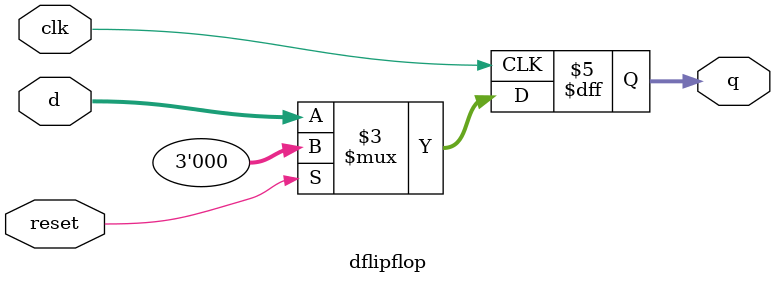
<source format=v>
`timescale 1ns / 1ps


module dflipflop
# (parameter n=3)
(
input  clk , 
input  reset ,
input  [n-1 : 0] d ,  
output reg [n-1 : 0 ] q 


    );
 always @ (posedge clk ) begin 
  if (reset)
        q <= 0 ;
  else 
       q<= d ; 
   end 
 
 
endmodule

</source>
